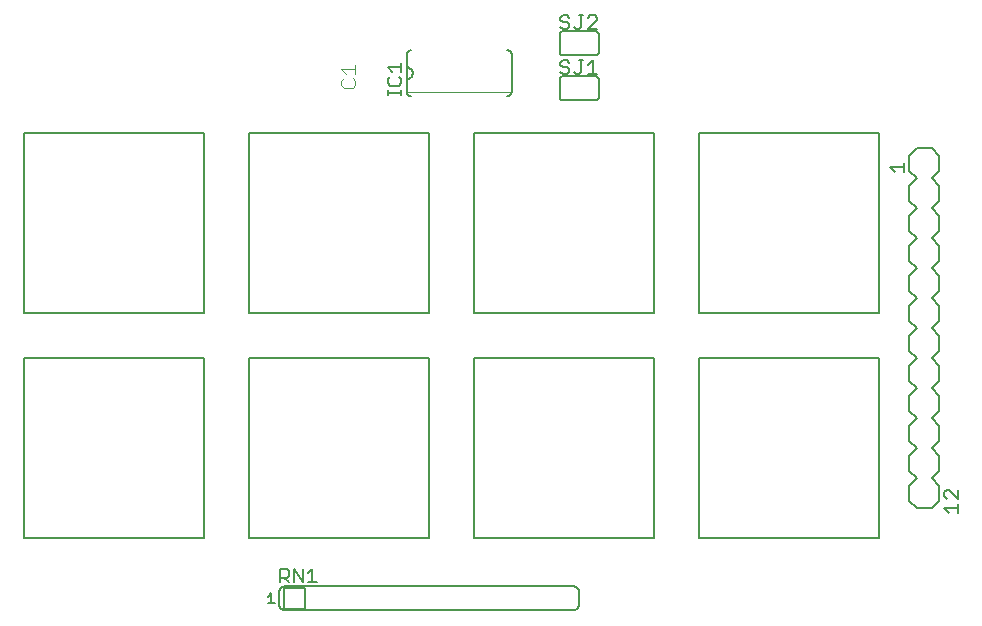
<source format=gto>
G75*
%MOIN*%
%OFA0B0*%
%FSLAX24Y24*%
%IPPOS*%
%LPD*%
%AMOC8*
5,1,8,0,0,1.08239X$1,22.5*
%
%ADD10C,0.0050*%
%ADD11C,0.0060*%
%ADD12C,0.0020*%
%ADD13C,0.0040*%
D10*
X001180Y004680D02*
X001180Y010680D01*
X007180Y010680D01*
X007180Y004680D01*
X001180Y004680D01*
X008680Y004680D02*
X008680Y010680D01*
X014680Y010680D01*
X014680Y004680D01*
X008680Y004680D01*
X009705Y003655D02*
X009930Y003655D01*
X010005Y003580D01*
X010005Y003430D01*
X009930Y003355D01*
X009705Y003355D01*
X009705Y003205D02*
X009705Y003655D01*
X009855Y003355D02*
X010005Y003205D01*
X010165Y003205D02*
X010165Y003655D01*
X010466Y003205D01*
X010466Y003655D01*
X010626Y003505D02*
X010776Y003655D01*
X010776Y003205D01*
X010626Y003205D02*
X010926Y003205D01*
X009532Y002505D02*
X009305Y002505D01*
X009418Y002505D02*
X009418Y002845D01*
X009305Y002732D01*
X016180Y004680D02*
X016180Y010680D01*
X022180Y010680D01*
X022180Y004680D01*
X016180Y004680D01*
X023680Y004680D02*
X023680Y010680D01*
X029680Y010680D01*
X029680Y004680D01*
X023680Y004680D01*
X031855Y005684D02*
X032305Y005684D01*
X032305Y005534D02*
X032305Y005834D01*
X032305Y005995D02*
X032005Y006295D01*
X031930Y006295D01*
X031855Y006220D01*
X031855Y006070D01*
X031930Y005995D01*
X031855Y005684D02*
X032005Y005534D01*
X032305Y005995D02*
X032305Y006295D01*
X029680Y012180D02*
X023680Y012180D01*
X023680Y018180D01*
X029680Y018180D01*
X029680Y012180D01*
X030205Y016895D02*
X030055Y017045D01*
X030505Y017045D01*
X030505Y016895D02*
X030505Y017195D01*
X022180Y018180D02*
X022180Y012180D01*
X016180Y012180D01*
X016180Y018180D01*
X022180Y018180D01*
X020276Y020155D02*
X019976Y020155D01*
X020126Y020155D02*
X020126Y020605D01*
X019976Y020455D01*
X019816Y020605D02*
X019666Y020605D01*
X019741Y020605D02*
X019741Y020230D01*
X019666Y020155D01*
X019590Y020155D01*
X019515Y020230D01*
X019355Y020230D02*
X019280Y020155D01*
X019130Y020155D01*
X019055Y020230D01*
X019130Y020380D02*
X019055Y020455D01*
X019055Y020530D01*
X019130Y020605D01*
X019280Y020605D01*
X019355Y020530D01*
X019280Y020380D02*
X019355Y020305D01*
X019355Y020230D01*
X019280Y020380D02*
X019130Y020380D01*
X019130Y021655D02*
X019055Y021730D01*
X019130Y021655D02*
X019280Y021655D01*
X019355Y021730D01*
X019355Y021805D01*
X019280Y021880D01*
X019130Y021880D01*
X019055Y021955D01*
X019055Y022030D01*
X019130Y022105D01*
X019280Y022105D01*
X019355Y022030D01*
X019666Y022105D02*
X019816Y022105D01*
X019741Y022105D02*
X019741Y021730D01*
X019666Y021655D01*
X019590Y021655D01*
X019515Y021730D01*
X019976Y021655D02*
X020276Y021955D01*
X020276Y022030D01*
X020201Y022105D01*
X020051Y022105D01*
X019976Y022030D01*
X019976Y021655D02*
X020276Y021655D01*
X014680Y018180D02*
X014680Y012180D01*
X008680Y012180D01*
X008680Y018180D01*
X014680Y018180D01*
X013755Y019455D02*
X013755Y019605D01*
X013755Y019530D02*
X013305Y019530D01*
X013305Y019455D02*
X013305Y019605D01*
X013380Y019762D02*
X013680Y019762D01*
X013755Y019837D01*
X013755Y019987D01*
X013680Y020062D01*
X013755Y020222D02*
X013755Y020523D01*
X013755Y020372D02*
X013305Y020372D01*
X013455Y020222D01*
X013380Y020062D02*
X013305Y019987D01*
X013305Y019837D01*
X013380Y019762D01*
X007180Y018180D02*
X007180Y012180D01*
X001180Y012180D01*
X001180Y018180D01*
X007180Y018180D01*
D11*
X013930Y019560D02*
X013930Y019980D01*
X013930Y020380D01*
X013930Y020800D01*
X013932Y020823D01*
X013937Y020846D01*
X013946Y020868D01*
X013959Y020888D01*
X013974Y020906D01*
X013992Y020921D01*
X014012Y020934D01*
X014034Y020943D01*
X014057Y020948D01*
X014080Y020950D01*
X013930Y020380D02*
X013957Y020378D01*
X013984Y020373D01*
X014010Y020363D01*
X014034Y020351D01*
X014056Y020335D01*
X014076Y020317D01*
X014093Y020295D01*
X014108Y020272D01*
X014118Y020247D01*
X014126Y020221D01*
X014130Y020194D01*
X014130Y020166D01*
X014126Y020139D01*
X014118Y020113D01*
X014108Y020088D01*
X014093Y020065D01*
X014076Y020043D01*
X014056Y020025D01*
X014034Y020009D01*
X014010Y019997D01*
X013984Y019987D01*
X013957Y019982D01*
X013930Y019980D01*
X013930Y019560D02*
X013932Y019537D01*
X013937Y019514D01*
X013946Y019492D01*
X013959Y019472D01*
X013974Y019454D01*
X013992Y019439D01*
X014012Y019426D01*
X014034Y019417D01*
X014057Y019412D01*
X014080Y019410D01*
X017280Y019410D02*
X017303Y019412D01*
X017326Y019417D01*
X017348Y019426D01*
X017368Y019439D01*
X017386Y019454D01*
X017401Y019472D01*
X017414Y019492D01*
X017423Y019514D01*
X017428Y019537D01*
X017430Y019560D01*
X017430Y020800D01*
X017428Y020823D01*
X017423Y020846D01*
X017414Y020868D01*
X017401Y020888D01*
X017386Y020906D01*
X017368Y020921D01*
X017348Y020934D01*
X017326Y020943D01*
X017303Y020948D01*
X017280Y020950D01*
X019030Y020880D02*
X019030Y021480D01*
X019032Y021497D01*
X019036Y021514D01*
X019043Y021530D01*
X019053Y021544D01*
X019066Y021557D01*
X019080Y021567D01*
X019096Y021574D01*
X019113Y021578D01*
X019130Y021580D01*
X020230Y021580D01*
X020247Y021578D01*
X020264Y021574D01*
X020280Y021567D01*
X020294Y021557D01*
X020307Y021544D01*
X020317Y021530D01*
X020324Y021514D01*
X020328Y021497D01*
X020330Y021480D01*
X020330Y020880D01*
X020328Y020863D01*
X020324Y020846D01*
X020317Y020830D01*
X020307Y020816D01*
X020294Y020803D01*
X020280Y020793D01*
X020264Y020786D01*
X020247Y020782D01*
X020230Y020780D01*
X019130Y020780D01*
X019113Y020782D01*
X019096Y020786D01*
X019080Y020793D01*
X019066Y020803D01*
X019053Y020816D01*
X019043Y020830D01*
X019036Y020846D01*
X019032Y020863D01*
X019030Y020880D01*
X019130Y020080D02*
X020230Y020080D01*
X020247Y020078D01*
X020264Y020074D01*
X020280Y020067D01*
X020294Y020057D01*
X020307Y020044D01*
X020317Y020030D01*
X020324Y020014D01*
X020328Y019997D01*
X020330Y019980D01*
X020330Y019380D01*
X020328Y019363D01*
X020324Y019346D01*
X020317Y019330D01*
X020307Y019316D01*
X020294Y019303D01*
X020280Y019293D01*
X020264Y019286D01*
X020247Y019282D01*
X020230Y019280D01*
X019130Y019280D01*
X019113Y019282D01*
X019096Y019286D01*
X019080Y019293D01*
X019066Y019303D01*
X019053Y019316D01*
X019043Y019330D01*
X019036Y019346D01*
X019032Y019363D01*
X019030Y019380D01*
X019030Y019980D01*
X019032Y019997D01*
X019036Y020014D01*
X019043Y020030D01*
X019053Y020044D01*
X019066Y020057D01*
X019080Y020067D01*
X019096Y020074D01*
X019113Y020078D01*
X019130Y020080D01*
X030680Y017430D02*
X030680Y016930D01*
X030930Y016680D01*
X030680Y016430D01*
X030680Y015930D01*
X030930Y015680D01*
X030680Y015430D01*
X030680Y014930D01*
X030930Y014680D01*
X030680Y014430D01*
X030680Y013930D01*
X030930Y013680D01*
X030680Y013430D01*
X030680Y012930D01*
X030930Y012680D01*
X030680Y012430D01*
X030680Y011930D01*
X030930Y011680D01*
X030680Y011430D01*
X030680Y010930D01*
X030930Y010680D01*
X030680Y010430D01*
X030680Y009930D01*
X030930Y009680D01*
X030680Y009430D01*
X030680Y008930D01*
X030930Y008680D01*
X030680Y008430D01*
X030680Y007930D01*
X030930Y007680D01*
X030680Y007430D01*
X030680Y006930D01*
X030930Y006680D01*
X030680Y006430D01*
X030680Y005930D01*
X030930Y005680D01*
X031430Y005680D01*
X031680Y005930D01*
X031680Y006430D01*
X031430Y006680D01*
X031680Y006930D01*
X031680Y007430D01*
X031430Y007680D01*
X031680Y007930D01*
X031680Y008430D01*
X031430Y008680D01*
X031680Y008930D01*
X031680Y009430D01*
X031430Y009680D01*
X031680Y009930D01*
X031680Y010430D01*
X031430Y010680D01*
X031680Y010930D01*
X031680Y011430D01*
X031430Y011680D01*
X031680Y011930D01*
X031680Y012430D01*
X031430Y012680D01*
X031680Y012930D01*
X031680Y013430D01*
X031430Y013680D01*
X031680Y013930D01*
X031680Y014430D01*
X031430Y014680D01*
X031680Y014930D01*
X031680Y015430D01*
X031430Y015680D01*
X031680Y015930D01*
X031680Y016430D01*
X031430Y016680D01*
X031680Y016930D01*
X031680Y017430D01*
X031430Y017680D01*
X030930Y017680D01*
X030680Y017430D01*
X019480Y003080D02*
X009880Y003080D01*
X009830Y003030D02*
X010530Y003030D01*
X010530Y002330D01*
X009830Y002330D01*
X009830Y003030D01*
X009880Y003080D02*
X009854Y003078D01*
X009828Y003073D01*
X009803Y003065D01*
X009780Y003053D01*
X009758Y003039D01*
X009739Y003021D01*
X009721Y003002D01*
X009707Y002980D01*
X009695Y002957D01*
X009687Y002932D01*
X009682Y002906D01*
X009680Y002880D01*
X009680Y002480D01*
X009682Y002454D01*
X009687Y002428D01*
X009695Y002403D01*
X009707Y002380D01*
X009721Y002358D01*
X009739Y002339D01*
X009758Y002321D01*
X009780Y002307D01*
X009803Y002295D01*
X009828Y002287D01*
X009854Y002282D01*
X009880Y002280D01*
X019480Y002280D01*
X019506Y002282D01*
X019532Y002287D01*
X019557Y002295D01*
X019580Y002307D01*
X019602Y002321D01*
X019621Y002339D01*
X019639Y002358D01*
X019653Y002380D01*
X019665Y002403D01*
X019673Y002428D01*
X019678Y002454D01*
X019680Y002480D01*
X019680Y002880D01*
X019678Y002906D01*
X019673Y002932D01*
X019665Y002957D01*
X019653Y002980D01*
X019639Y003002D01*
X019621Y003021D01*
X019602Y003039D01*
X019580Y003053D01*
X019557Y003065D01*
X019532Y003073D01*
X019506Y003078D01*
X019480Y003080D01*
D12*
X017430Y019550D02*
X013930Y019550D01*
D13*
X012210Y019777D02*
X012210Y019930D01*
X012133Y020007D01*
X012210Y020160D02*
X012210Y020467D01*
X012210Y020314D02*
X011750Y020314D01*
X011903Y020160D01*
X011826Y020007D02*
X011750Y019930D01*
X011750Y019777D01*
X011826Y019700D01*
X012133Y019700D01*
X012210Y019777D01*
M02*

</source>
